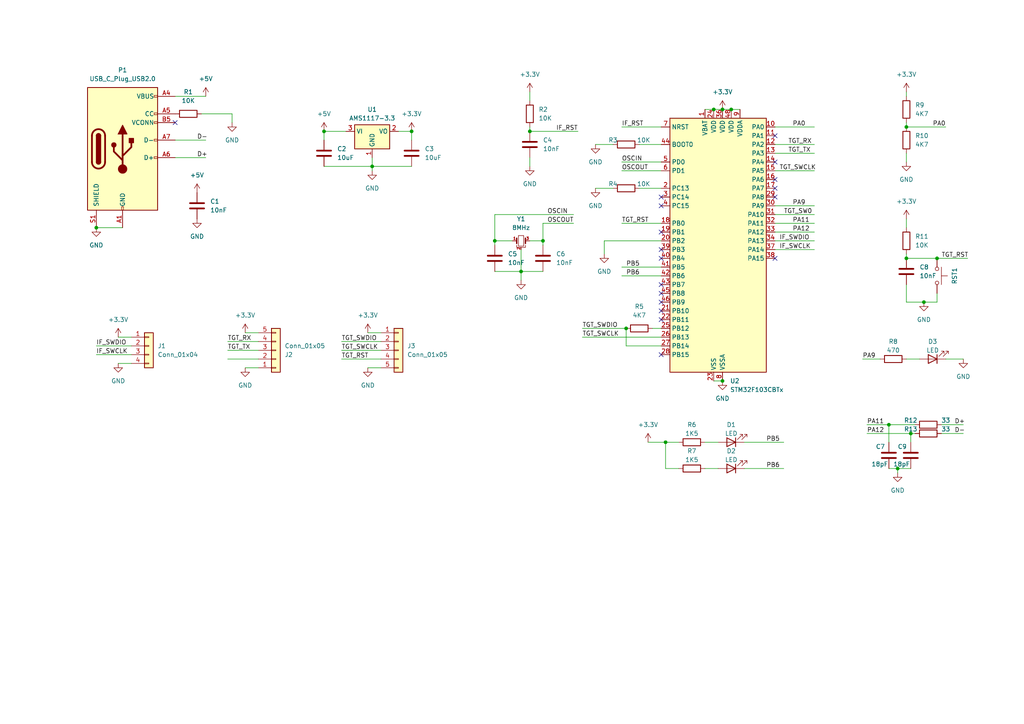
<source format=kicad_sch>
(kicad_sch (version 20230121) (generator eeschema)
  (paper "A4")
  (lib_symbols
    (symbol "Connector:USB_C_Plug_USB2.0" (pin_names (offset 1.016))
      (property "Reference" "P" (at -10.16 19.05 0))
      (property "Value" "USB_C_Plug_USB2.0" (at 12.7 19.05 0))
      (symbol "USB_C_Plug_USB2.0_0_0"
        (rectangle (start -0.254 -17.78) (end 0.254 -16.764))
        (rectangle (start 10.16 -2.286) (end 9.144 -2.794))
        (rectangle (start 10.16 2.794) (end 9.144 2.286))
        (rectangle (start 10.16 7.874) (end 9.144 7.366))
        (rectangle (start 10.16 10.414) (end 9.144 9.906))
        (rectangle (start 10.16 15.494) (end 9.144 14.986))
      )
      (symbol "USB_C_Plug_USB2.0_0_1"
        (rectangle (start -10.16 17.78) (end 10.16 -17.78) (stroke (width 0.254)) (fill (type background)))
        (arc (start -8.89 -3.81) (mid -6.985 -5.7067) (end -5.08 -3.81) (stroke (width 0.508)))
        (arc (start -7.62 -3.81) (mid -6.985 -4.4423) (end -6.35 -3.81) (stroke (width 0.254)))
        (arc (start -7.62 -3.81) (mid -6.985 -4.4423) (end -6.35 -3.81) (stroke (width 0.254)) (fill (type outline)))
        (rectangle (start -7.62 -3.81) (end -6.35 3.81) (stroke (width 0.254)) (fill (type outline)))
        (arc (start -6.35 3.81) (mid -6.985 4.4423) (end -7.62 3.81) (stroke (width 0.254)))
        (arc (start -6.35 3.81) (mid -6.985 4.4423) (end -7.62 3.81) (stroke (width 0.254)) (fill (type outline)))
        (arc (start -5.08 3.81) (mid -6.985 5.7067) (end -8.89 3.81) (stroke (width 0.508)))
        (circle (center -2.54 1.143) (radius 0.635) (stroke (width 0.254)) (fill (type outline)))
        (circle (center 0 -5.842) (radius 1.27) (fill (type outline)))
        (polyline (pts (xy -8.89 -3.81) (xy -8.89 3.81)) (stroke (width 0.508)))
        (polyline (pts (xy -5.08 3.81) (xy -5.08 -3.81)) (stroke (width 0.508)))
        (polyline (pts (xy 0 -5.842) (xy 0 4.318)) (stroke (width 0.508)))
        (polyline (pts (xy 0 -3.302) (xy -2.54 -0.762) (xy -2.54 0.508)) (stroke (width 0.508)))
        (polyline (pts (xy 0 -2.032) (xy 2.54 0.508) (xy 2.54 1.778)) (stroke (width 0.508)))
        (polyline (pts (xy -1.27 4.318) (xy 0 6.858) (xy 1.27 4.318) (xy -1.27 4.318)) (stroke (width 0.254)) (fill (type outline)))
        (rectangle (start 1.905 1.778) (end 3.175 3.048) (stroke (width 0.254)) (fill (type outline)))
      )
      (symbol "USB_C_Plug_USB2.0_1_1"
        (pin passive line (at 0 -22.86 90) (length 5.08) (name "GND") (number "A1"))
        (pin passive line (at 0 -22.86 90) (length 5.08) hide (name "GND") (number "A12"))
        (pin passive line (at 15.24 15.24 180) (length 5.08) (name "VBUS") (number "A4"))
        (pin bidirectional line (at 15.24 10.16 180) (length 5.08) (name "CC") (number "A5"))
        (pin bidirectional line (at 15.24 -2.54 180) (length 5.08) (name "D+") (number "A6"))
        (pin bidirectional line (at 15.24 2.54 180) (length 5.08) (name "D-") (number "A7"))
        (pin passive line (at 15.24 15.24 180) (length 5.08) hide (name "VBUS") (number "A9"))
        (pin passive line (at 0 -22.86 90) (length 5.08) hide (name "GND") (number "B1"))
        (pin passive line (at 0 -22.86 90) (length 5.08) hide (name "GND") (number "B12"))
        (pin passive line (at 15.24 15.24 180) (length 5.08) hide (name "VBUS") (number "B4"))
        (pin bidirectional line (at 15.24 7.62 180) (length 5.08) (name "VCONN") (number "B5"))
        (pin passive line (at 15.24 15.24 180) (length 5.08) hide (name "VBUS") (number "B9"))
        (pin passive line (at -7.62 -22.86 90) (length 5.08) (name "SHIELD") (number "S1"))
      )
    )
    (symbol "Connector_Generic:Conn_01x04" (pin_names (offset 1.016) hide)
      (property "Reference" "J" (at 0 5.08 0))
      (property "Value" "Conn_01x04" (at 0 -7.62 0))
      (symbol "Conn_01x04_1_1"
        (rectangle (start -1.27 -4.953) (end 0 -5.207) (stroke (width 0.1524)))
        (rectangle (start -1.27 -2.413) (end 0 -2.667) (stroke (width 0.1524)))
        (rectangle (start -1.27 0.127) (end 0 -0.127) (stroke (width 0.1524)))
        (rectangle (start -1.27 2.667) (end 0 2.413) (stroke (width 0.1524)))
        (rectangle (start -1.27 3.81) (end 1.27 -6.35) (stroke (width 0.254)) (fill (type background)))
        (pin passive line (at -5.08 2.54 0) (length 3.81) (name "Pin_1") (number "1"))
        (pin passive line (at -5.08 0 0) (length 3.81) (name "Pin_2") (number "2"))
        (pin passive line (at -5.08 -2.54 0) (length 3.81) (name "Pin_3") (number "3"))
        (pin passive line (at -5.08 -5.08 0) (length 3.81) (name "Pin_4") (number "4"))
      )
    )
    (symbol "Connector_Generic:Conn_01x05" (pin_names (offset 1.016) hide)
      (property "Reference" "J" (at 0 7.62 0))
      (property "Value" "Conn_01x05" (at 0 -7.62 0))
      (symbol "Conn_01x05_1_1"
        (rectangle (start -1.27 -4.953) (end 0 -5.207) (stroke (width 0.1524)))
        (rectangle (start -1.27 -2.413) (end 0 -2.667) (stroke (width 0.1524)))
        (rectangle (start -1.27 0.127) (end 0 -0.127) (stroke (width 0.1524)))
        (rectangle (start -1.27 2.667) (end 0 2.413) (stroke (width 0.1524)))
        (rectangle (start -1.27 5.207) (end 0 4.953) (stroke (width 0.1524)))
        (rectangle (start -1.27 6.35) (end 1.27 -6.35) (stroke (width 0.254)) (fill (type background)))
        (pin passive line (at -5.08 5.08 0) (length 3.81) (name "Pin_1") (number "1"))
        (pin passive line (at -5.08 2.54 0) (length 3.81) (name "Pin_2") (number "2"))
        (pin passive line (at -5.08 0 0) (length 3.81) (name "Pin_3") (number "3"))
        (pin passive line (at -5.08 -2.54 0) (length 3.81) (name "Pin_4") (number "4"))
        (pin passive line (at -5.08 -5.08 0) (length 3.81) (name "Pin_5") (number "5"))
      )
    )
    (symbol "Device:C" (pin_numbers hide) (pin_names (offset 0.254))
      (property "Reference" "C" (at 0.635 2.54 0))
      (property "Value" "C" (at 0.635 -2.54 0))
      (symbol "C_0_1"
        (polyline (pts (xy -2.032 -0.762) (xy 2.032 -0.762)) (stroke (width 0.508)))
        (polyline (pts (xy -2.032 0.762) (xy 2.032 0.762)) (stroke (width 0.508)))
      )
      (symbol "C_1_1"
        (pin passive line (at 0 3.81 270) (length 2.794) (name "~") (number "1"))
        (pin passive line (at 0 -3.81 90) (length 2.794) (name "~") (number "2"))
      )
    )
    (symbol "Device:Crystal_GND2_Small" (pin_names (offset 1.016) hide)
      (property "Reference" "Y" (at 0 5.08 0))
      (property "Value" "Crystal_GND2_Small" (at 0 3.175 0))
      (symbol "Crystal_GND2_Small_0_1"
        (rectangle (start -0.762 -1.524) (end 0.762 1.524))
        (polyline (pts (xy -1.27 -0.762) (xy -1.27 0.762)) (stroke (width 0.381)))
        (polyline (pts (xy 1.27 -0.762) (xy 1.27 0.762)) (stroke (width 0.381)))
        (polyline (pts (xy -1.27 -1.27) (xy -1.27 -1.905) (xy 1.27 -1.905) (xy 1.27 -1.27)))
      )
      (symbol "Crystal_GND2_Small_1_1"
        (pin passive line (at -2.54 0 0) (length 1.27) (name "1") (number "1"))
        (pin passive line (at 0 -2.54 90) (length 0.635) (name "2") (number "2"))
        (pin passive line (at 2.54 0 180) (length 1.27) (name "3") (number "3"))
      )
    )
    (symbol "Device:LED" (pin_numbers hide) (pin_names (offset 1.016) hide)
      (property "Reference" "D" (at 0 2.54 0))
      (property "Value" "LED" (at 0 -2.54 0))
      (symbol "LED_0_1"
        (polyline (pts (xy -1.27 -1.27) (xy -1.27 1.27)) (stroke (width 0.254)))
        (polyline (pts (xy -1.27 0) (xy 1.27 0)))
        (polyline (pts (xy 1.27 -1.27) (xy 1.27 1.27) (xy -1.27 0) (xy 1.27 -1.27)) (stroke (width 0.254)))
        (polyline (pts (xy -3.048 -0.762) (xy -4.572 -2.286) (xy -3.81 -2.286) (xy -4.572 -2.286) (xy -4.572 -1.524)))
        (polyline (pts (xy -1.778 -0.762) (xy -3.302 -2.286) (xy -2.54 -2.286) (xy -3.302 -2.286) (xy -3.302 -1.524)))
      )
      (symbol "LED_1_1"
        (pin passive line (at -3.81 0 0) (length 2.54) (name "K") (number "1"))
        (pin passive line (at 3.81 0 180) (length 2.54) (name "A") (number "2"))
      )
    )
    (symbol "Device:R" (pin_numbers hide) (pin_names (offset 0))
      (property "Reference" "R" (at 2.032 0 90))
      (property "Value" "R" (at 0 0 90))
      (symbol "R_0_1"
        (rectangle (start -1.016 -2.54) (end 1.016 2.54) (stroke (width 0.254)))
      )
      (symbol "R_1_1"
        (pin passive line (at 0 3.81 270) (length 1.27) (name "~") (number "1"))
        (pin passive line (at 0 -3.81 90) (length 1.27) (name "~") (number "2"))
      )
    )
    (symbol "MCU_ST_STM32F1:STM32F103CBTx"
      (property "Reference" "U" (at -12.7 39.37 0))
      (property "Value" "STM32F103CBTx" (at 10.16 39.37 0))
      (symbol "STM32F103CBTx_0_1"
        (rectangle (start -12.7 -35.56) (end 15.24 38.1) (stroke (width 0.254)) (fill (type background)))
      )
      (symbol "STM32F103CBTx_1_1"
        (pin power_in line (at -2.54 40.64 270) (length 2.54) (name "VBAT") (number "1"))
        (pin bidirectional line (at 17.78 35.56 180) (length 2.54) (name "PA0") (number "10"))
        (pin bidirectional line (at 17.78 33.02 180) (length 2.54) (name "PA1") (number "11"))
        (pin bidirectional line (at 17.78 30.48 180) (length 2.54) (name "PA2") (number "12"))
        (pin bidirectional line (at 17.78 27.94 180) (length 2.54) (name "PA3") (number "13"))
        (pin bidirectional line (at 17.78 25.4 180) (length 2.54) (name "PA4") (number "14"))
        (pin bidirectional line (at 17.78 22.86 180) (length 2.54) (name "PA5") (number "15"))
        (pin bidirectional line (at 17.78 20.32 180) (length 2.54) (name "PA6") (number "16"))
        (pin bidirectional line (at 17.78 17.78 180) (length 2.54) (name "PA7") (number "17"))
        (pin bidirectional line (at -15.24 7.62 0) (length 2.54) (name "PB0") (number "18"))
        (pin bidirectional line (at -15.24 5.08 0) (length 2.54) (name "PB1") (number "19"))
        (pin bidirectional line (at -15.24 17.78 0) (length 2.54) (name "PC13") (number "2"))
        (pin bidirectional line (at -15.24 2.54 0) (length 2.54) (name "PB2") (number "20"))
        (pin bidirectional line (at -15.24 -17.78 0) (length 2.54) (name "PB10") (number "21"))
        (pin bidirectional line (at -15.24 -20.32 0) (length 2.54) (name "PB11") (number "22"))
        (pin power_in line (at 0 -38.1 90) (length 2.54) (name "VSS") (number "23"))
        (pin power_in line (at 0 40.64 270) (length 2.54) (name "VDD") (number "24"))
        (pin bidirectional line (at -15.24 -22.86 0) (length 2.54) (name "PB12") (number "25"))
        (pin bidirectional line (at -15.24 -25.4 0) (length 2.54) (name "PB13") (number "26"))
        (pin bidirectional line (at -15.24 -27.94 0) (length 2.54) (name "PB14") (number "27"))
        (pin bidirectional line (at -15.24 -30.48 0) (length 2.54) (name "PB15") (number "28"))
        (pin bidirectional line (at 17.78 15.24 180) (length 2.54) (name "PA8") (number "29"))
        (pin bidirectional line (at -15.24 15.24 0) (length 2.54) (name "PC14") (number "3"))
        (pin bidirectional line (at 17.78 12.7 180) (length 2.54) (name "PA9") (number "30"))
        (pin bidirectional line (at 17.78 10.16 180) (length 2.54) (name "PA10") (number "31"))
        (pin bidirectional line (at 17.78 7.62 180) (length 2.54) (name "PA11") (number "32"))
        (pin bidirectional line (at 17.78 5.08 180) (length 2.54) (name "PA12") (number "33"))
        (pin bidirectional line (at 17.78 2.54 180) (length 2.54) (name "PA13") (number "34"))
        (pin passive line (at 0 -38.1 90) (length 2.54) hide (name "VSS") (number "35"))
        (pin power_in line (at 2.54 40.64 270) (length 2.54) (name "VDD") (number "36"))
        (pin bidirectional line (at 17.78 0 180) (length 2.54) (name "PA14") (number "37"))
        (pin bidirectional line (at 17.78 -2.54 180) (length 2.54) (name "PA15") (number "38"))
        (pin bidirectional line (at -15.24 0 0) (length 2.54) (name "PB3") (number "39"))
        (pin bidirectional line (at -15.24 12.7 0) (length 2.54) (name "PC15") (number "4"))
        (pin bidirectional line (at -15.24 -2.54 0) (length 2.54) (name "PB4") (number "40"))
        (pin bidirectional line (at -15.24 -5.08 0) (length 2.54) (name "PB5") (number "41"))
        (pin bidirectional line (at -15.24 -7.62 0) (length 2.54) (name "PB6") (number "42"))
        (pin bidirectional line (at -15.24 -10.16 0) (length 2.54) (name "PB7") (number "43"))
        (pin input line (at -15.24 30.48 0) (length 2.54) (name "BOOT0") (number "44"))
        (pin bidirectional line (at -15.24 -12.7 0) (length 2.54) (name "PB8") (number "45"))
        (pin bidirectional line (at -15.24 -15.24 0) (length 2.54) (name "PB9") (number "46"))
        (pin passive line (at 0 -38.1 90) (length 2.54) hide (name "VSS") (number "47"))
        (pin power_in line (at 5.08 40.64 270) (length 2.54) (name "VDD") (number "48"))
        (pin bidirectional line (at -15.24 25.4 0) (length 2.54) (name "PD0") (number "5"))
        (pin bidirectional line (at -15.24 22.86 0) (length 2.54) (name "PD1") (number "6"))
        (pin input line (at -15.24 35.56 0) (length 2.54) (name "NRST") (number "7"))
        (pin power_in line (at 2.54 -38.1 90) (length 2.54) (name "VSSA") (number "8"))
        (pin power_in line (at 7.62 40.64 270) (length 2.54) (name "VDDA") (number "9"))
      )
    )
    (symbol "Regulator_Linear:AMS1117-3.3"
      (property "Reference" "U" (at -3.81 3.175 0))
      (property "Value" "AMS1117-3.3" (at 0 3.175 0))
      (symbol "AMS1117-3.3_0_1"
        (rectangle (start -5.08 -5.08) (end 5.08 1.905) (stroke (width 0.254)) (fill (type background)))
      )
      (symbol "AMS1117-3.3_1_1"
        (pin power_in line (at 0 -7.62 90) (length 2.54) (name "GND") (number "1"))
        (pin power_out line (at 7.62 0 180) (length 2.54) (name "VO") (number "2"))
        (pin power_in line (at -7.62 0 0) (length 2.54) (name "VI") (number "3"))
      )
    )
    (symbol "Switch:SW_Push" (pin_numbers hide) (pin_names (offset 1.016) hide)
      (property "Reference" "SW" (at 1.27 2.54 0))
      (property "Value" "SW_Push" (at 0 -1.524 0))
      (symbol "SW_Push_0_1"
        (circle (center -2.032 0) (radius 0.508))
        (polyline (pts (xy 0 1.27) (xy 0 3.048)))
        (polyline (pts (xy 2.54 1.27) (xy -2.54 1.27)))
        (circle (center 2.032 0) (radius 0.508))
        (pin passive line (at -5.08 0 0) (length 2.54) (name "1") (number "1"))
        (pin passive line (at 5.08 0 180) (length 2.54) (name "2") (number "2"))
      )
    )
    (symbol "power:+3.3V" (power) (pin_names (offset 0))
      (property "Value" "+3.3V" (at 0 3.556 0))
      (symbol "+3.3V_0_1"
        (polyline (pts (xy -0.762 1.27) (xy 0 2.54)))
        (polyline (pts (xy 0 0) (xy 0 2.54)))
        (polyline (pts (xy 0 2.54) (xy 0.762 1.27)))
      )
      (symbol "+3.3V_1_1"
        (pin power_in line (at 0 0 90) (length 0) hide (name "+3.3V") (number "1"))
      )
    )
    (symbol "power:+5V" (power) (pin_names (offset 0))
      (property "Value" "+5V" (at 0 3.556 0))
      (symbol "+5V_0_1"
        (polyline (pts (xy -0.762 1.27) (xy 0 2.54)))
        (polyline (pts (xy 0 0) (xy 0 2.54)))
        (polyline (pts (xy 0 2.54) (xy 0.762 1.27)))
      )
      (symbol "+5V_1_1"
        (pin power_in line (at 0 0 90) (length 0) hide (name "+5V") (number "1"))
      )
    )
    (symbol "power:GND" (power) (pin_names (offset 0))
      (property "Value" "GND" (at 0 -3.81 0))
      (symbol "GND_0_1"
        (polyline (pts (xy 0 0) (xy 0 -1.27) (xy 1.27 -1.27) (xy 0 -2.54) (xy -1.27 -1.27) (xy 0 -1.27)))
      )
      (symbol "GND_1_1"
        (pin power_in line (at 0 0 270) (length 0) hide (name "GND") (number "1"))
      )
    )
  )
  (junction (at 93.98 38.1))
  (junction (at 209.55 31.75))
  (junction (at 151.13 78.74))
  (junction (at 153.67 38.1))
  (junction (at 143.51 69.85))
  (junction (at 212.09 31.75))
  (junction (at 260.35 135.89))
  (junction (at 262.89 74.93))
  (junction (at 181.61 95.25))
  (junction (at 27.94 66.04))
  (junction (at 264.16 125.73))
  (junction (at 262.89 36.83))
  (junction (at 193.04 128.27))
  (junction (at 267.97 87.63))
  (junction (at 107.95 48.26))
  (junction (at 271.78 74.93))
  (junction (at 207.01 31.75))
  (junction (at 157.48 69.85))
  (junction (at 119.38 38.1))
  (junction (at 209.55 110.49))
  (junction (at 257.81 123.19))
  (no_connect (at 191.77 74.93))
  (no_connect (at 191.77 82.55))
  (no_connect (at 224.79 39.37))
  (no_connect (at 50.8 35.56))
  (no_connect (at 224.79 54.61))
  (no_connect (at 224.79 74.93))
  (no_connect (at 191.77 72.39))
  (no_connect (at 191.77 57.15))
  (no_connect (at 191.77 102.87))
  (no_connect (at 224.79 52.07))
  (no_connect (at 191.77 59.69))
  (no_connect (at 191.77 92.71))
  (no_connect (at 224.79 57.15))
  (no_connect (at 224.79 46.99))
  (no_connect (at 191.77 90.17))
  (no_connect (at 191.77 85.09))
  (no_connect (at 191.77 67.31))
  (no_connect (at 191.77 87.63))
  (wire (pts (xy 193.04 128.27) (xy 196.85 128.27)))
  (wire (pts (xy 151.13 81.28) (xy 151.13 78.74)))
  (wire (pts (xy 180.34 49.53) (xy 191.77 49.53)))
  (wire (pts (xy 257.81 135.89) (xy 260.35 135.89)))
  (wire (pts (xy 93.98 40.64) (xy 93.98 38.1)))
  (wire (pts (xy 224.79 62.23) (xy 236.22 62.23)))
  (wire (pts (xy 27.94 66.04) (xy 35.56 66.04)))
  (wire (pts (xy 224.79 67.31) (xy 236.22 67.31)))
  (wire (pts (xy 153.67 45.72) (xy 153.67 48.26)))
  (wire (pts (xy 153.67 26.67) (xy 153.67 29.21)))
  (wire (pts (xy 266.7 104.14) (xy 262.89 104.14)))
  (wire (pts (xy 153.67 38.1) (xy 167.64 38.1)))
  (wire (pts (xy 153.67 69.85) (xy 157.48 69.85)))
  (wire (pts (xy 224.79 36.83) (xy 236.22 36.83)))
  (wire (pts (xy 143.51 62.23) (xy 166.37 62.23)))
  (wire (pts (xy 177.8 41.91) (xy 172.72 41.91)))
  (wire (pts (xy 71.12 96.52) (xy 74.93 96.52)))
  (wire (pts (xy 177.8 54.61) (xy 172.72 54.61)))
  (wire (pts (xy 27.94 100.33) (xy 38.1 100.33)))
  (wire (pts (xy 257.81 123.19) (xy 257.81 128.27)))
  (wire (pts (xy 262.89 87.63) (xy 267.97 87.63)))
  (wire (pts (xy 224.79 69.85) (xy 236.22 69.85)))
  (wire (pts (xy 181.61 100.33) (xy 191.77 100.33)))
  (wire (pts (xy 180.34 36.83) (xy 191.77 36.83)))
  (wire (pts (xy 262.89 36.83) (xy 262.89 35.56)))
  (wire (pts (xy 50.8 27.94) (xy 59.69 27.94)))
  (wire (pts (xy 93.98 38.1) (xy 100.33 38.1)))
  (wire (pts (xy 224.79 64.77) (xy 236.22 64.77)))
  (wire (pts (xy 260.35 135.89) (xy 260.35 137.16)))
  (wire (pts (xy 204.47 135.89) (xy 208.28 135.89)))
  (wire (pts (xy 262.89 82.55) (xy 262.89 87.63)))
  (wire (pts (xy 204.47 31.75) (xy 207.01 31.75)))
  (wire (pts (xy 153.67 36.83) (xy 153.67 38.1)))
  (wire (pts (xy 273.05 125.73) (xy 279.4 125.73)))
  (wire (pts (xy 262.89 46.99) (xy 262.89 44.45)))
  (wire (pts (xy 224.79 59.69) (xy 236.22 59.69)))
  (wire (pts (xy 157.48 64.77) (xy 166.37 64.77)))
  (wire (pts (xy 273.05 123.19) (xy 279.4 123.19)))
  (wire (pts (xy 110.49 101.6) (xy 99.06 101.6)))
  (wire (pts (xy 143.51 78.74) (xy 151.13 78.74)))
  (wire (pts (xy 251.46 123.19) (xy 257.81 123.19)))
  (wire (pts (xy 187.96 128.27) (xy 193.04 128.27)))
  (wire (pts (xy 181.61 95.25) (xy 168.91 95.25)))
  (wire (pts (xy 157.48 64.77) (xy 157.48 69.85)))
  (wire (pts (xy 110.49 104.14) (xy 99.06 104.14)))
  (wire (pts (xy 185.42 41.91) (xy 191.77 41.91)))
  (wire (pts (xy 193.04 135.89) (xy 193.04 128.27)))
  (wire (pts (xy 157.48 69.85) (xy 157.48 71.12)))
  (wire (pts (xy 107.95 48.26) (xy 107.95 49.53)))
  (wire (pts (xy 262.89 26.67) (xy 262.89 27.94)))
  (wire (pts (xy 34.29 97.79) (xy 38.1 97.79)))
  (wire (pts (xy 251.46 125.73) (xy 264.16 125.73)))
  (wire (pts (xy 34.29 105.41) (xy 38.1 105.41)))
  (wire (pts (xy 271.78 87.63) (xy 271.78 85.09)))
  (wire (pts (xy 207.01 110.49) (xy 209.55 110.49)))
  (wire (pts (xy 143.51 69.85) (xy 148.59 69.85)))
  (wire (pts (xy 106.68 96.52) (xy 110.49 96.52)))
  (wire (pts (xy 106.68 106.68) (xy 110.49 106.68)))
  (wire (pts (xy 66.04 99.06) (xy 74.93 99.06)))
  (wire (pts (xy 212.09 31.75) (xy 214.63 31.75)))
  (wire (pts (xy 119.38 40.64) (xy 119.38 38.1)))
  (wire (pts (xy 66.04 104.14) (xy 74.93 104.14)))
  (wire (pts (xy 185.42 54.61) (xy 191.77 54.61)))
  (wire (pts (xy 215.9 135.89) (xy 227.33 135.89)))
  (wire (pts (xy 107.95 48.26) (xy 119.38 48.26)))
  (wire (pts (xy 267.97 87.63) (xy 271.78 87.63)))
  (wire (pts (xy 175.26 69.85) (xy 175.26 73.66)))
  (wire (pts (xy 279.4 104.14) (xy 274.32 104.14)))
  (wire (pts (xy 181.61 100.33) (xy 181.61 95.25)))
  (wire (pts (xy 143.51 69.85) (xy 143.51 62.23)))
  (wire (pts (xy 189.23 95.25) (xy 191.77 95.25)))
  (wire (pts (xy 224.79 49.53) (xy 236.22 49.53)))
  (wire (pts (xy 260.35 135.89) (xy 264.16 135.89)))
  (wire (pts (xy 119.38 38.1) (xy 115.57 38.1)))
  (wire (pts (xy 271.78 74.93) (xy 280.67 74.93)))
  (wire (pts (xy 215.9 128.27) (xy 227.33 128.27)))
  (wire (pts (xy 224.79 41.91) (xy 236.22 41.91)))
  (wire (pts (xy 262.89 63.5) (xy 262.89 66.04)))
  (wire (pts (xy 58.42 33.02) (xy 67.31 33.02)))
  (wire (pts (xy 66.04 101.6) (xy 74.93 101.6)))
  (wire (pts (xy 180.34 77.47) (xy 191.77 77.47)))
  (wire (pts (xy 27.94 102.87) (xy 38.1 102.87)))
  (wire (pts (xy 257.81 123.19) (xy 265.43 123.19)))
  (wire (pts (xy 93.98 48.26) (xy 107.95 48.26)))
  (wire (pts (xy 143.51 71.12) (xy 143.51 69.85)))
  (wire (pts (xy 151.13 72.39) (xy 151.13 78.74)))
  (wire (pts (xy 50.8 40.64) (xy 59.69 40.64)))
  (wire (pts (xy 262.89 36.83) (xy 274.32 36.83)))
  (wire (pts (xy 50.8 45.72) (xy 59.69 45.72)))
  (wire (pts (xy 180.34 80.01) (xy 191.77 80.01)))
  (wire (pts (xy 107.95 45.72) (xy 107.95 48.26)))
  (wire (pts (xy 209.55 31.75) (xy 212.09 31.75)))
  (wire (pts (xy 224.79 72.39) (xy 236.22 72.39)))
  (wire (pts (xy 250.19 104.14) (xy 255.27 104.14)))
  (wire (pts (xy 180.34 64.77) (xy 191.77 64.77)))
  (wire (pts (xy 204.47 128.27) (xy 208.28 128.27)))
  (wire (pts (xy 67.31 33.02) (xy 67.31 35.56)))
  (wire (pts (xy 262.89 74.93) (xy 271.78 74.93)))
  (wire (pts (xy 180.34 46.99) (xy 191.77 46.99)))
  (wire (pts (xy 191.77 69.85) (xy 175.26 69.85)))
  (wire (pts (xy 264.16 125.73) (xy 265.43 125.73)))
  (wire (pts (xy 71.12 106.68) (xy 74.93 106.68)))
  (wire (pts (xy 224.79 44.45) (xy 236.22 44.45)))
  (wire (pts (xy 207.01 31.75) (xy 209.55 31.75)))
  (wire (pts (xy 110.49 99.06) (xy 99.06 99.06)))
  (wire (pts (xy 196.85 135.89) (xy 193.04 135.89)))
  (wire (pts (xy 151.13 78.74) (xy 157.48 78.74)))
  (wire (pts (xy 168.91 97.79) (xy 191.77 97.79)))
  (wire (pts (xy 262.89 73.66) (xy 262.89 74.93)))
  (wire (pts (xy 264.16 125.73) (xy 264.16 128.27)))
  (label "PA11" (at 229.87 64.77 0))
  (label "D-" (at 57.15 40.64 0))
  (label "TGT_RST" (at 180.34 64.77 0))
  (label "TGT_RX" (at 228.6 41.91 0))
  (label "IF_SWCLK" (at 226.06 72.39 0))
  (label "D+" (at 276.86 123.19 0))
  (label "TGT_RST" (at 99.06 104.14 0))
  (label "PB6" (at 181.61 80.01 0))
  (label "IF_RST" (at 180.34 36.83 0))
  (label "TGT_SWCLK" (at 226.06 49.53 0))
  (label "IF_RST" (at 161.29 38.1 0))
  (label "TGT_SWDIO" (at 168.91 95.25 0))
  (label "PA9" (at 250.19 104.14 0))
  (label "IF_SWDIO" (at 226.06 69.85 0))
  (label "TGT_RST" (at 273.05 74.93 0))
  (label "IF_SWDIO" (at 27.94 100.33 0))
  (label "PB6" (at 222.25 135.89 0))
  (label "OSCIN" (at 158.75 62.23 0))
  (label "PA12" (at 251.46 125.73 0))
  (label "TGT_SWCLK" (at 99.06 101.6 0))
  (label "PA9" (at 229.87 59.69 0))
  (label "OSCIN" (at 180.34 46.99 0))
  (label "TGT_SWDIO" (at 99.06 99.06 0))
  (label "PB5" (at 181.61 77.47 0))
  (label "TGT_TX" (at 228.6 44.45 0))
  (label "PA12" (at 229.87 67.31 0))
  (label "PA11" (at 251.46 123.19 0))
  (label "TGT_SW0" (at 227.33 62.23 0))
  (label "PA0" (at 229.87 36.83 0))
  (label "TGT_RX" (at 66.04 99.06 0))
  (label "OSCOUT" (at 158.75 64.77 0))
  (label "D+" (at 57.15 45.72 0))
  (label "IF_SWCLK" (at 27.94 102.87 0))
  (label "TGT_TX" (at 66.04 101.6 0))
  (label "D-" (at 276.86 125.73 0))
  (label "TGT_SWCLK" (at 168.91 97.79 0))
  (label "PB5" (at 222.25 128.27 0))
  (label "OSCOUT" (at 180.34 49.53 0))
  (label "PA0" (at 270.51 36.83 0))
  (symbol (lib_id "power:GND") (at 106.68 106.68 0) (unit 1)
    (property "Reference" "#PWR031" (effects hide))
    (property "Value" "GND" (at 106.68 111.76 0))
  )
  (symbol (lib_id "power:GND") (at 262.89 46.99 0) (unit 1)
    (property "Reference" "#PWR017" (effects hide))
    (property "Value" "GND" (at 262.89 52.07 0))
  )
  (symbol (lib_id "power:GND") (at 71.12 106.68 0) (unit 1)
    (property "Reference" "#PWR027" (effects hide))
    (property "Value" "GND" (at 71.12 111.76 0))
  )
  (symbol (lib_id "Device:R") (at 54.61 33.02 90) (unit 1)
    (property "Reference" "R1" (at 54.61 26.67 90))
    (property "Value" "10K" (at 54.61 29.21 90))
    (property "Footprint" "Resistor_SMD:R_0603_1608Metric_Pad0.98x0.95mm_HandSolder" (effects hide))
  )
  (symbol (lib_id "Device:C") (at 57.15 59.69 0) (unit 1)
    (property "Reference" "C1" (at 60.96 58.42 0) (effects (justify left)))
    (property "Value" "10nF" (at 60.96 60.96 0) (effects (justify left)))
    (property "Footprint" "Capacitor_SMD:C_0603_1608Metric_Pad1.08x0.95mm_HandSolder" (effects hide))
  )
  (symbol (lib_id "power:GND") (at 172.72 54.61 0) (unit 1)
    (property "Reference" "#PWR024" (effects hide))
    (property "Value" "GND" (at 172.72 59.69 0))
  )
  (symbol (lib_id "Device:R") (at 181.61 54.61 90) (unit 1)
    (property "Reference" "R4" (at 177.8 53.34 90))
    (property "Value" "10K" (at 186.69 53.34 90))
    (property "Footprint" "Resistor_SMD:R_0603_1608Metric_Pad0.98x0.95mm_HandSolder" (effects hide))
  )
  (symbol (lib_id "power:GND") (at 27.94 66.04 0) (unit 1)
    (property "Reference" "#PWR01" (effects hide))
    (property "Value" "GND" (at 27.94 71.12 0))
  )
  (symbol (lib_id "power:+3.3V") (at 187.96 128.27 0) (unit 1)
    (property "Reference" "#PWR020" (effects hide))
    (property "Value" "+3.3V" (at 187.96 123.19 0))
  )
  (symbol (lib_id "Connector_Generic:Conn_01x05") (at 115.57 101.6 0) (unit 1)
    (property "Reference" "J3" (at 118.11 100.33 0) (effects (justify left)))
    (property "Value" "Conn_01x05" (at 118.11 102.87 0) (effects (justify left)))
    (property "Footprint" "Connector_Harwin:Harwin_M20-89005xx_1x05_P2.54mm_Horizontal" (effects hide))
  )
  (symbol (lib_id "Device:R") (at 200.66 135.89 90) (unit 1)
    (property "Reference" "R7" (at 200.66 130.81 90))
    (property "Value" "1K5" (at 200.66 133.35 90))
    (property "Footprint" "Resistor_SMD:R_0603_1608Metric_Pad0.98x0.95mm_HandSolder" (effects hide))
  )
  (symbol (lib_id "Device:C") (at 153.67 41.91 0) (unit 1)
    (property "Reference" "C4" (at 157.48 40.64 0) (effects (justify left)))
    (property "Value" "10nF" (at 157.48 43.18 0) (effects (justify left)))
    (property "Footprint" "Capacitor_SMD:C_0603_1608Metric_Pad1.08x0.95mm_HandSolder" (effects hide))
  )
  (symbol (lib_id "Device:R") (at 262.89 40.64 0) (unit 1)
    (property "Reference" "R10" (at 265.43 39.37 0) (effects (justify left)))
    (property "Value" "4K7" (at 265.43 41.91 0) (effects (justify left)))
    (property "Footprint" "Resistor_SMD:R_0603_1608Metric_Pad0.98x0.95mm_HandSolder" (effects hide))
  )
  (symbol (lib_id "power:GND") (at 279.4 104.14 0) (unit 1)
    (property "Reference" "#PWR018" (effects hide))
    (property "Value" "GND" (at 279.4 109.22 0))
  )
  (symbol (lib_id "power:+3.3V") (at 153.67 26.67 0) (unit 1)
    (property "Reference" "#PWR021" (effects hide))
    (property "Value" "+3.3V" (at 153.67 21.59 0))
  )
  (symbol (lib_id "power:+3.3V") (at 106.68 96.52 0) (unit 1)
    (property "Reference" "#PWR030" (effects hide))
    (property "Value" "+3.3V" (at 106.68 91.44 0))
  )
  (symbol (lib_id "power:GND") (at 260.35 137.16 0) (unit 1)
    (property "Reference" "#PWR019" (effects hide))
    (property "Value" "GND" (at 260.35 142.24 0))
  )
  (symbol (lib_id "Regulator_Linear:AMS1117-3.3") (at 107.95 38.1 0) (unit 1)
    (property "Reference" "U1" (at 107.95 31.75 0))
    (property "Value" "AMS1117-3.3" (at 107.95 34.29 0))
    (property "Footprint" "Package_TO_SOT_SMD:SOT-223-3_TabPin2" (effects hide))
    (property "Datasheet" "http://www.advanced-monolithic.com/pdf/ds1117.pdf" (effects hide))
  )
  (symbol (lib_id "Device:R") (at 269.24 125.73 90) (unit 1)
    (property "Reference" "R13" (at 264.16 124.46 90))
    (property "Value" "33" (at 274.32 124.46 90))
    (property "Footprint" "Resistor_SMD:R_0603_1608Metric_Pad0.98x0.95mm_HandSolder" (effects hide))
  )
  (symbol (lib_id "power:+3.3V") (at 209.55 31.75 0) (unit 1)
    (property "Reference" "#PWR013" (effects hide))
    (property "Value" "+3.3V" (at 209.55 26.67 0))
  )
  (symbol (lib_id "Device:C") (at 119.38 44.45 0) (unit 1)
    (property "Reference" "C3" (at 123.19 43.18 0) (effects (justify left)))
    (property "Value" "10uF" (at 123.19 45.72 0) (effects (justify left)))
    (property "Footprint" "Capacitor_SMD:C_0603_1608Metric_Pad1.08x0.95mm_HandSolder" (effects hide))
  )
  (symbol (lib_id "power:+3.3V") (at 262.89 26.67 0) (unit 1)
    (property "Reference" "#PWR016" (effects hide))
    (property "Value" "+3.3V" (at 262.89 21.59 0))
  )
  (symbol (lib_id "Device:C") (at 257.81 132.08 0) (unit 1)
    (property "Reference" "C7" (at 254 129.54 0) (effects (justify left)))
    (property "Value" "18pF" (at 252.73 134.62 0) (effects (justify left)))
    (property "Footprint" "Capacitor_SMD:C_0603_1608Metric_Pad1.08x0.95mm_HandSolder" (effects hide))
  )
  (symbol (lib_id "power:+3.3V") (at 119.38 38.1 0) (unit 1)
    (property "Reference" "#PWR08" (effects hide))
    (property "Value" "+3.3V" (at 119.38 33.02 0))
  )
  (symbol (lib_id "power:GND") (at 57.15 63.5 0) (unit 1)
    (property "Reference" "#PWR03" (effects hide))
    (property "Value" "GND" (at 57.15 68.58 0))
  )
  (symbol (lib_id "power:+5V") (at 57.15 55.88 0) (unit 1)
    (property "Reference" "#PWR02" (effects hide))
    (property "Value" "+5V" (at 57.15 50.8 0))
  )
  (symbol (lib_id "Device:LED") (at 212.09 135.89 180) (unit 1)
    (property "Reference" "D2" (at 212.09 130.81 0))
    (property "Value" "LED" (at 212.09 133.35 0))
    (property "Footprint" "LED_SMD:LED_0603_1608Metric_Pad1.05x0.95mm_HandSolder" (effects hide))
  )
  (symbol (lib_id "power:GND") (at 267.97 87.63 0) (unit 1)
    (property "Reference" "#PWR014" (effects hide))
    (property "Value" "GND" (at 267.97 92.71 0))
  )
  (symbol (lib_id "power:GND") (at 209.55 110.49 0) (unit 1)
    (property "Reference" "#PWR015" (effects hide))
    (property "Value" "GND" (at 209.55 115.57 0))
  )
  (symbol (lib_id "Device:R") (at 153.67 33.02 0) (unit 1)
    (property "Reference" "R2" (at 156.21 31.75 0) (effects (justify left)))
    (property "Value" "10K" (at 156.21 34.29 0) (effects (justify left)))
    (property "Footprint" "Resistor_SMD:R_0603_1608Metric_Pad0.98x0.95mm_HandSolder" (effects hide))
  )
  (symbol (lib_id "Device:R") (at 185.42 95.25 90) (unit 1)
    (property "Reference" "R5" (at 185.42 88.9 90))
    (property "Value" "4K7" (at 185.42 91.44 90))
    (property "Footprint" "Resistor_SMD:R_0603_1608Metric_Pad0.98x0.95mm_HandSolder" (effects hide))
  )
  (symbol (lib_id "power:GND") (at 107.95 49.53 0) (unit 1)
    (property "Reference" "#PWR07" (effects hide))
    (property "Value" "GND" (at 107.95 54.61 0))
  )
  (symbol (lib_id "Device:R") (at 262.89 31.75 0) (unit 1)
    (property "Reference" "R9" (at 265.43 30.48 0) (effects (justify left)))
    (property "Value" "4K7" (at 265.43 33.02 0) (effects (justify left)))
    (property "Footprint" "Resistor_SMD:R_0603_1608Metric_Pad0.98x0.95mm_HandSolder" (effects hide))
  )
  (symbol (lib_id "power:+3.3V") (at 71.12 96.52 0) (unit 1)
    (property "Reference" "#PWR026" (effects hide))
    (property "Value" "+3.3V" (at 71.12 91.44 0))
  )
  (symbol (lib_id "power:GND") (at 153.67 48.26 0) (unit 1)
    (property "Reference" "#PWR022" (effects hide))
    (property "Value" "GND" (at 153.67 53.34 0))
  )
  (symbol (lib_id "Connector_Generic:Conn_01x05") (at 80.01 101.6 0) (mirror x) (unit 1)
    (property "Reference" "J2" (at 82.55 102.87 0) (effects (justify left)))
    (property "Value" "Conn_01x05" (at 82.55 100.33 0) (effects (justify left)))
    (property "Footprint" "Connector_Harwin:Harwin_M20-89005xx_1x05_P2.54mm_Horizontal" (effects hide))
  )
  (symbol (lib_id "Device:R") (at 262.89 69.85 0) (unit 1)
    (property "Reference" "R11" (at 265.43 68.58 0) (effects (justify left)))
    (property "Value" "10K" (at 265.43 71.12 0) (effects (justify left)))
    (property "Footprint" "Resistor_SMD:R_0603_1608Metric_Pad0.98x0.95mm_HandSolder" (effects hide))
  )
  (symbol (lib_id "power:+5V") (at 59.69 27.94 0) (unit 1)
    (property "Reference" "#PWR04" (effects hide))
    (property "Value" "+5V" (at 59.69 22.86 0))
  )
  (symbol (lib_id "Device:C") (at 93.98 44.45 0) (unit 1)
    (property "Reference" "C2" (at 97.79 43.18 0) (effects (justify left)))
    (property "Value" "10uF" (at 97.79 45.72 0) (effects (justify left)))
    (property "Footprint" "Capacitor_SMD:C_0603_1608Metric_Pad1.08x0.95mm_HandSolder" (effects hide))
  )
  (symbol (lib_id "Device:LED") (at 270.51 104.14 180) (unit 1)
    (property "Reference" "D3" (at 270.51 99.06 0))
    (property "Value" "LED" (at 270.51 101.6 0))
    (property "Footprint" "LED_SMD:LED_0603_1608Metric_Pad1.05x0.95mm_HandSolder" (effects hide))
  )
  (symbol (lib_id "Switch:SW_Push") (at 271.78 80.01 270) (unit 1)
    (property "Reference" "RST1" (at 276.86 80.01 0))
    (property "Value" "RST" (effects hide))
    (property "Footprint" "Button_Switch_SMD:SW_Push_SPST_NO_Alps_SKRK" (effects hide))
  )
  (symbol (lib_id "Device:R") (at 200.66 128.27 90) (unit 1)
    (property "Reference" "R6" (at 200.66 123.19 90))
    (property "Value" "1K5" (at 200.66 125.73 90))
    (property "Footprint" "Resistor_SMD:R_0603_1608Metric_Pad0.98x0.95mm_HandSolder" (effects hide))
  )
  (symbol (lib_id "Device:C") (at 143.51 74.93 0) (unit 1)
    (property "Reference" "C5" (at 147.32 73.66 0) (effects (justify left)))
    (property "Value" "10nF" (at 147.32 76.2 0) (effects (justify left)))
    (property "Footprint" "Capacitor_SMD:C_0603_1608Metric_Pad1.08x0.95mm_HandSolder" (effects hide))
  )
  (symbol (lib_id "power:+5V") (at 93.98 38.1 0) (unit 1)
    (property "Reference" "#PWR06" (effects hide))
    (property "Value" "+5V" (at 93.98 33.02 0))
  )
  (symbol (lib_id "power:GND") (at 175.26 73.66 0) (unit 1)
    (property "Reference" "#PWR09" (effects hide))
    (property "Value" "GND" (at 175.26 78.74 0))
  )
  (symbol (lib_id "Connector_Generic:Conn_01x04") (at 43.18 100.33 0) (unit 1)
    (property "Reference" "J1" (at 45.72 100.33 0) (effects (justify left)))
    (property "Value" "Conn_01x04" (at 45.72 102.87 0) (effects (justify left)))
    (property "Footprint" "Connector_PinHeader_2.54mm:PinHeader_1x04_P2.54mm_Vertical" (effects hide))
  )
  (symbol (lib_id "power:+3.3V") (at 262.89 63.5 0) (unit 1)
    (property "Reference" "#PWR010" (effects hide))
    (property "Value" "+3.3V" (at 262.89 58.42 0))
  )
  (symbol (lib_id "Device:R") (at 181.61 41.91 90) (unit 1)
    (property "Reference" "R3" (at 177.8 40.64 90))
    (property "Value" "10K" (at 186.69 40.64 90))
    (property "Footprint" "Resistor_SMD:R_0603_1608Metric_Pad0.98x0.95mm_HandSolder" (effects hide))
  )
  (symbol (lib_id "power:GND") (at 172.72 41.91 0) (unit 1)
    (property "Reference" "#PWR023" (effects hide))
    (property "Value" "GND" (at 172.72 46.99 0))
  )
  (symbol (lib_id "Connector:USB_C_Plug_USB2.0") (at 35.56 43.18 0) (unit 1)
    (property "Reference" "P1" (at 35.56 20.32 0))
    (property "Value" "USB_C_Plug_USB2.0" (at 35.56 22.86 0))
    (property "Footprint" "Connector_USB:USB_C_Receptacle_GCT_USB4105-xx-A_16P_TopMnt_Horizontal" (effects hide))
    (property "Datasheet" "https://www.usb.org/sites/default/files/documents/usb_type-c.zip" (effects hide))
    (property "JLCPCB" "USB-TYPE-C-018 C2927038" (effects hide))
  )
  (symbol (lib_id "MCU_ST_STM32F1:STM32F103CBTx") (at 207.01 72.39 0) (unit 1)
    (property "Reference" "U2" (at 211.7441 110.49 0) (effects (justify left)))
    (property "Value" "STM32F103CBTx" (at 211.7441 113.03 0) (effects (justify left)))
    (property "Footprint" "Package_QFP:LQFP-48_7x7mm_P0.5mm" (effects hide))
    (property "Datasheet" "https://www.st.com/resource/en/datasheet/stm32f103cb.pdf" (effects hide))
  )
  (symbol (lib_id "Device:C") (at 157.48 74.93 0) (unit 1)
    (property "Reference" "C6" (at 161.29 73.66 0) (effects (justify left)))
    (property "Value" "10nF" (at 161.29 76.2 0) (effects (justify left)))
    (property "Footprint" "Capacitor_SMD:C_0603_1608Metric_Pad1.08x0.95mm_HandSolder" (effects hide))
  )
  (symbol (lib_id "Device:Crystal_GND2_Small") (at 151.13 69.85 0) (unit 1)
    (property "Reference" "Y1" (at 151.13 63.5 0))
    (property "Value" "8MHz" (at 151.13 66.04 0))
    (property "Footprint" "Crystal:Crystal_SMD_SeikoEpson_FA238V-4Pin_3.2x2.5mm_HandSoldering" (effects hide))
  )
  (symbol (lib_id "Device:R") (at 259.08 104.14 90) (unit 1)
    (property "Reference" "R8" (at 259.08 99.06 90))
    (property "Value" "470" (at 259.08 101.6 90))
    (property "Footprint" "Resistor_SMD:R_0603_1608Metric_Pad0.98x0.95mm_HandSolder" (effects hide))
  )
  (symbol (lib_id "Device:LED") (at 212.09 128.27 180) (unit 1)
    (property "Reference" "D1" (at 212.09 123.19 0))
    (property "Value" "LED" (at 212.09 125.73 0))
    (property "Footprint" "LED_SMD:LED_0603_1608Metric_Pad1.05x0.95mm_HandSolder" (effects hide))
  )
  (symbol (lib_id "power:GND") (at 151.13 81.28 0) (unit 1)
    (property "Reference" "#PWR025" (effects hide))
    (property "Value" "GND" (at 151.13 86.36 0))
  )
  (symbol (lib_id "power:+3.3V") (at 34.29 97.79 0) (unit 1)
    (property "Reference" "#PWR028" (effects hide))
    (property "Value" "+3.3V" (at 34.29 92.71 0))
  )
  (symbol (lib_id "Device:R") (at 269.24 123.19 90) (unit 1)
    (property "Reference" "R12" (at 264.16 121.92 90))
    (property "Value" "33" (at 274.32 121.92 90))
    (property "Footprint" "Resistor_SMD:R_0603_1608Metric_Pad0.98x0.95mm_HandSolder" (effects hide))
  )
  (symbol (lib_id "power:GND") (at 67.31 35.56 0) (unit 1)
    (property "Reference" "#PWR05" (effects hide))
    (property "Value" "GND" (at 67.31 40.64 0))
  )
  (symbol (lib_id "power:GND") (at 34.29 105.41 0) (unit 1)
    (property "Reference" "#PWR029" (effects hide))
    (property "Value" "GND" (at 34.29 110.49 0))
  )
  (symbol (lib_id "Device:C") (at 262.89 78.74 0) (unit 1)
    (property "Reference" "C8" (at 266.7 77.47 0) (effects (justify left)))
    (property "Value" "10nF" (at 266.7 80.01 0) (effects (justify left)))
    (property "Footprint" "Capacitor_SMD:C_0603_1608Metric_Pad1.08x0.95mm_HandSolder" (effects hide))
  )
  (symbol (lib_id "Device:C") (at 264.16 132.08 0) (unit 1)
    (property "Reference" "C9" (at 260.35 129.54 0) (effects (justify left)))
    (property "Value" "18pF" (at 259.08 134.62 0) (effects (justify left)))
    (property "Footprint" "Capacitor_SMD:C_0603_1608Metric_Pad1.08x0.95mm_HandSolder" (effects hide))
  )
)
</source>
